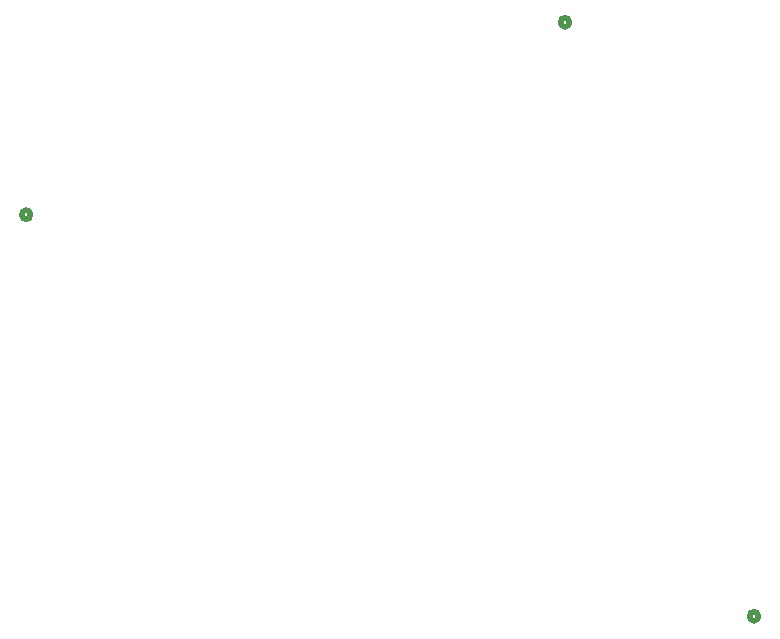
<source format=gbr>
%TF.GenerationSoftware,KiCad,Pcbnew,7.0.10*%
%TF.CreationDate,2024-03-01T15:17:48+01:00*%
%TF.ProjectId,arenaPCBv2,6172656e-6150-4434-9276-322e6b696361,rev?*%
%TF.SameCoordinates,Original*%
%TF.FileFunction,Legend,Bot*%
%TF.FilePolarity,Positive*%
%FSLAX46Y46*%
G04 Gerber Fmt 4.6, Leading zero omitted, Abs format (unit mm)*
G04 Created by KiCad (PCBNEW 7.0.10) date 2024-03-01 15:17:48*
%MOMM*%
%LPD*%
G01*
G04 APERTURE LIST*
%ADD10C,0.508000*%
G04 APERTURE END LIST*
D10*
%TO.C,J8*%
X178181000Y-115062000D02*
G75*
G03*
X177419000Y-115062000I-381000J0D01*
G01*
X177419000Y-115062000D02*
G75*
G03*
X178181000Y-115062000I381000J0D01*
G01*
%TO.C,J7*%
X162179000Y-64770000D02*
G75*
G03*
X161417000Y-64770000I-381000J0D01*
G01*
X161417000Y-64770000D02*
G75*
G03*
X162179000Y-64770000I381000J0D01*
G01*
%TO.C,J1*%
X116554599Y-81064520D02*
G75*
G03*
X115792599Y-81064520I-381000J0D01*
G01*
X115792599Y-81064520D02*
G75*
G03*
X116554599Y-81064520I381000J0D01*
G01*
%TD*%
M02*

</source>
